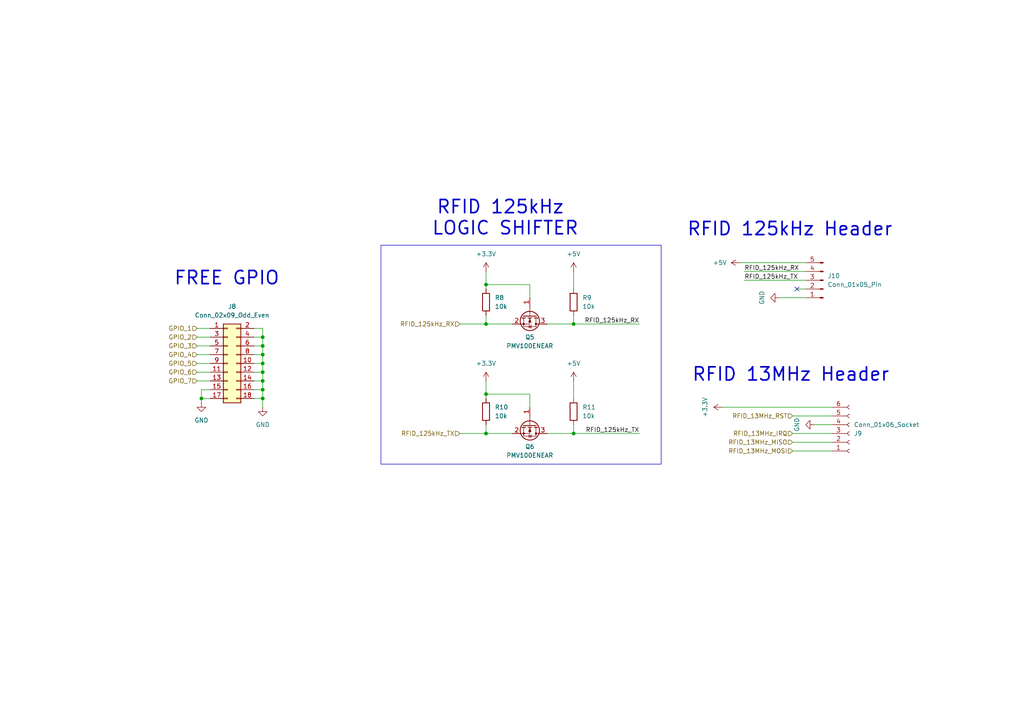
<source format=kicad_sch>
(kicad_sch (version 20250114) (generator "eeschema") (generator_version "9.0")
  (paper "A4")
  (title_block (title "Onyks Iot Control Cabinet") (date "2025-08-25") (rev "v1.0") (company ",,Onyks'' Students Scientific Association") (comment 1 "Karol Ambroziński") (comment 2 "Jakub Jastrzębski"))
  (lib_symbols
    (symbol "Connector:Conn_01x05_Pin" (pin_names (offset 1.016) (hide yes))
      (property "Reference" "J" (at 0 7.62 0))
      (property "Value" "Conn_01x05_Pin" (at 0 -7.62 0))
      (symbol "Conn_01x05_Pin_1_1"
        (rectangle (start 0.8636 5.207) (end 0 4.953) (stroke (width 0.1524)) (fill (type outline)))
        (rectangle (start 0.8636 2.667) (end 0 2.413) (stroke (width 0.1524)) (fill (type outline)))
        (rectangle (start 0.8636 0.127) (end 0 -0.127) (stroke (width 0.1524)) (fill (type outline)))
        (rectangle (start 0.8636 -2.413) (end 0 -2.667) (stroke (width 0.1524)) (fill (type outline)))
        (rectangle (start 0.8636 -4.953) (end 0 -5.207) (stroke (width 0.1524)) (fill (type outline)))
        (polyline (pts (xy 1.27 5.08) (xy 0.8636 5.08)) (stroke (width 0.1524)))
        (polyline (pts (xy 1.27 2.54) (xy 0.8636 2.54)) (stroke (width 0.1524)))
        (polyline (pts (xy 1.27 0) (xy 0.8636 0)) (stroke (width 0.1524)))
        (polyline (pts (xy 1.27 -2.54) (xy 0.8636 -2.54)) (stroke (width 0.1524)))
        (polyline (pts (xy 1.27 -5.08) (xy 0.8636 -5.08)) (stroke (width 0.1524)))
        (pin passive line (at 5.08 5.08 180) (length 3.81) (name "Pin_1") (number "1"))
        (pin passive line (at 5.08 2.54 180) (length 3.81) (name "Pin_2") (number "2"))
        (pin passive line (at 5.08 0 180) (length 3.81) (name "Pin_3") (number "3"))
        (pin passive line (at 5.08 -2.54 180) (length 3.81) (name "Pin_4") (number "4"))
        (pin passive line (at 5.08 -5.08 180) (length 3.81) (name "Pin_5") (number "5"))
      )
    )
    (symbol "Connector:Conn_01x06_Socket" (pin_names (offset 1.016) (hide yes))
      (property "Reference" "J" (at 0 7.62 0))
      (property "Value" "Conn_01x06_Socket" (at 0 -10.16 0))
      (symbol "Conn_01x06_Socket_1_1"
        (polyline (pts (xy -1.27 5.08) (xy -0.508 5.08)) (stroke (width 0.1524)))
        (polyline (pts (xy -1.27 2.54) (xy -0.508 2.54)) (stroke (width 0.1524)))
        (polyline (pts (xy -1.27 0) (xy -0.508 0)) (stroke (width 0.1524)))
        (polyline (pts (xy -1.27 -2.54) (xy -0.508 -2.54)) (stroke (width 0.1524)))
        (polyline (pts (xy -1.27 -5.08) (xy -0.508 -5.08)) (stroke (width 0.1524)))
        (polyline (pts (xy -1.27 -7.62) (xy -0.508 -7.62)) (stroke (width 0.1524)))
        (arc (start 0 4.572) (mid -0.5058 5.08) (end 0 5.588) (stroke (width 0.1524)))
        (arc (start 0 2.032) (mid -0.5058 2.54) (end 0 3.048) (stroke (width 0.1524)))
        (arc (start 0 -0.508) (mid -0.5058 0) (end 0 0.508) (stroke (width 0.1524)))
        (arc (start 0 -3.048) (mid -0.5058 -2.54) (end 0 -2.032) (stroke (width 0.1524)))
        (arc (start 0 -5.588) (mid -0.5058 -5.08) (end 0 -4.572) (stroke (width 0.1524)))
        (arc (start 0 -8.128) (mid -0.5058 -7.62) (end 0 -7.112) (stroke (width 0.1524)))
        (pin passive line (at -5.08 5.08 0) (length 3.81) (name "Pin_1") (number "1"))
        (pin passive line (at -5.08 2.54 0) (length 3.81) (name "Pin_2") (number "2"))
        (pin passive line (at -5.08 0 0) (length 3.81) (name "Pin_3") (number "3"))
        (pin passive line (at -5.08 -2.54 0) (length 3.81) (name "Pin_4") (number "4"))
        (pin passive line (at -5.08 -5.08 0) (length 3.81) (name "Pin_5") (number "5"))
        (pin passive line (at -5.08 -7.62 0) (length 3.81) (name "Pin_6") (number "6"))
      )
    )
    (symbol "Connector_Generic:Conn_02x09_Odd_Even" (pin_names (offset 1.016) (hide yes))
      (property "Reference" "J" (at 1.27 12.7 0))
      (property "Value" "Conn_02x09_Odd_Even" (at 1.27 -12.7 0))
      (symbol "Conn_02x09_Odd_Even_1_1"
        (rectangle (start -1.27 11.43) (end 3.81 -11.43) (stroke (width 0.254)) (fill (type background)))
        (rectangle (start -1.27 10.287) (end 0 10.033) (stroke (width 0.1524)))
        (rectangle (start -1.27 7.747) (end 0 7.493) (stroke (width 0.1524)))
        (rectangle (start -1.27 5.207) (end 0 4.953) (stroke (width 0.1524)))
        (rectangle (start -1.27 2.667) (end 0 2.413) (stroke (width 0.1524)))
        (rectangle (start -1.27 0.127) (end 0 -0.127) (stroke (width 0.1524)))
        (rectangle (start -1.27 -2.413) (end 0 -2.667) (stroke (width 0.1524)))
        (rectangle (start -1.27 -4.953) (end 0 -5.207) (stroke (width 0.1524)))
        (rectangle (start -1.27 -7.493) (end 0 -7.747) (stroke (width 0.1524)))
        (rectangle (start -1.27 -10.033) (end 0 -10.287) (stroke (width 0.1524)))
        (rectangle (start 3.81 10.287) (end 2.54 10.033) (stroke (width 0.1524)))
        (rectangle (start 3.81 7.747) (end 2.54 7.493) (stroke (width 0.1524)))
        (rectangle (start 3.81 5.207) (end 2.54 4.953) (stroke (width 0.1524)))
        (rectangle (start 3.81 2.667) (end 2.54 2.413) (stroke (width 0.1524)))
        (rectangle (start 3.81 0.127) (end 2.54 -0.127) (stroke (width 0.1524)))
        (rectangle (start 3.81 -2.413) (end 2.54 -2.667) (stroke (width 0.1524)))
        (rectangle (start 3.81 -4.953) (end 2.54 -5.207) (stroke (width 0.1524)))
        (rectangle (start 3.81 -7.493) (end 2.54 -7.747) (stroke (width 0.1524)))
        (rectangle (start 3.81 -10.033) (end 2.54 -10.287) (stroke (width 0.1524)))
        (pin passive line (at -5.08 10.16 0) (length 3.81) (name "Pin_1") (number "1"))
        (pin passive line (at -5.08 7.62 0) (length 3.81) (name "Pin_3") (number "3"))
        (pin passive line (at -5.08 5.08 0) (length 3.81) (name "Pin_5") (number "5"))
        (pin passive line (at -5.08 2.54 0) (length 3.81) (name "Pin_7") (number "7"))
        (pin passive line (at -5.08 0 0) (length 3.81) (name "Pin_9") (number "9"))
        (pin passive line (at -5.08 -2.54 0) (length 3.81) (name "Pin_11") (number "11"))
        (pin passive line (at -5.08 -5.08 0) (length 3.81) (name "Pin_13") (number "13"))
        (pin passive line (at -5.08 -7.62 0) (length 3.81) (name "Pin_15") (number "15"))
        (pin passive line (at -5.08 -10.16 0) (length 3.81) (name "Pin_17") (number "17"))
        (pin passive line (at 7.62 10.16 180) (length 3.81) (name "Pin_2") (number "2"))
        (pin passive line (at 7.62 7.62 180) (length 3.81) (name "Pin_4") (number "4"))
        (pin passive line (at 7.62 5.08 180) (length 3.81) (name "Pin_6") (number "6"))
        (pin passive line (at 7.62 2.54 180) (length 3.81) (name "Pin_8") (number "8"))
        (pin passive line (at 7.62 0 180) (length 3.81) (name "Pin_10") (number "10"))
        (pin passive line (at 7.62 -2.54 180) (length 3.81) (name "Pin_12") (number "12"))
        (pin passive line (at 7.62 -5.08 180) (length 3.81) (name "Pin_14") (number "14"))
        (pin passive line (at 7.62 -7.62 180) (length 3.81) (name "Pin_16") (number "16"))
        (pin passive line (at 7.62 -10.16 180) (length 3.81) (name "Pin_18") (number "18"))
      )
    )
    (symbol "Device:R" (pin_numbers (hide yes)) (pin_names (offset 0))
      (property "Reference" "R" (at 2.032 0 90))
      (property "Value" "R" (at 0 0 90))
      (symbol "R_0_1"
        (rectangle (start -1.016 -2.54) (end 1.016 2.54) (stroke (width 0.254)))
      )
      (symbol "R_1_1"
        (pin passive line (at 0 3.81 270) (length 1.27) (name "~") (number "1"))
        (pin passive line (at 0 -3.81 90) (length 1.27) (name "~") (number "2"))
      )
    )
    (symbol "GND_2" (power) (pin_numbers (hide yes)) (pin_names (offset 0) (hide yes))
      (property "Value" "GND" (at 0 -3.81 0))
      (symbol "GND_2_0_1"
        (polyline (pts (xy 0 0) (xy 0 -1.27) (xy 1.27 -1.27) (xy 0 -2.54) (xy -1.27 -1.27) (xy 0 -1.27)))
      )
      (symbol "GND_2_1_1"
        (pin power_in line (at 0 0 270) (length 0) (name "~") (number "1"))
      )
    )
    (symbol "Transistor_FET:2N7002" (pin_names (hide yes))
      (property "Reference" "Q" (at 5.08 1.905 0))
      (property "Value" "2N7002" (at 5.08 0 0))
      (symbol "2N7002_0_1"
        (polyline (pts (xy 0.254 1.905) (xy 0.254 -1.905)) (stroke (width 0.254)))
        (polyline (pts (xy 0.254 0) (xy -2.54 0)))
        (polyline (pts (xy 0.762 2.286) (xy 0.762 1.27)) (stroke (width 0.254)))
        (polyline (pts (xy 0.762 0.508) (xy 0.762 -0.508)) (stroke (width 0.254)))
        (polyline (pts (xy 0.762 -1.27) (xy 0.762 -2.286)) (stroke (width 0.254)))
        (polyline (pts (xy 0.762 -1.778) (xy 3.302 -1.778) (xy 3.302 1.778) (xy 0.762 1.778)))
        (polyline (pts (xy 1.016 0) (xy 2.032 0.381) (xy 2.032 -0.381) (xy 1.016 0)) (fill (type outline)))
        (circle (center 1.651 0) (radius 2.794) (stroke (width 0.254)))
        (polyline (pts (xy 2.54 2.54) (xy 2.54 1.778)))
        (circle (center 2.54 1.778) (radius 0.254) (fill (type outline)))
        (circle (center 2.54 -1.778) (radius 0.254) (fill (type outline)))
        (polyline (pts (xy 2.54 -2.54) (xy 2.54 0) (xy 0.762 0)))
        (polyline (pts (xy 2.794 0.508) (xy 2.921 0.381) (xy 3.683 0.381) (xy 3.81 0.254)))
        (polyline (pts (xy 3.302 0.381) (xy 2.921 -0.254) (xy 3.683 -0.254) (xy 3.302 0.381)))
      )
      (symbol "2N7002_1_1"
        (pin input line (at -5.08 0 0) (length 2.54) (name "G") (number "1"))
        (pin passive line (at 2.54 5.08 270) (length 2.54) (name "D") (number "3"))
        (pin passive line (at 2.54 -5.08 90) (length 2.54) (name "S") (number "2"))
      )
    )
    (symbol "power:+3.3V" (power) (pin_names (offset 0))
      (property "Value" "+3.3V" (at 0 3.556 0))
      (symbol "+3.3V_0_1"
        (polyline (pts (xy -0.762 1.27) (xy 0 2.54)))
        (polyline (pts (xy 0 2.54) (xy 0.762 1.27)))
        (polyline (pts (xy 0 0) (xy 0 2.54)))
      )
      (symbol "+3.3V_1_1"
        (pin power_in line (at 0 0 90) (length 0) (hide yes) (name "+3.3V") (number "1"))
      )
    )
    (symbol "power:+5V" (power) (pin_numbers (hide yes)) (pin_names (offset 0) (hide yes))
      (property "Value" "+5V" (at 0 3.556 0))
      (symbol "+5V_0_1"
        (polyline (pts (xy -0.762 1.27) (xy 0 2.54)))
        (polyline (pts (xy 0 2.54) (xy 0.762 1.27)))
        (polyline (pts (xy 0 0) (xy 0 2.54)))
      )
      (symbol "+5V_1_1"
        (pin power_in line (at 0 0 90) (length 0) (name "~") (number "1"))
      )
    )
    (symbol "power:GND" (power) (pin_numbers (hide yes)) (pin_names (offset 0) (hide yes))
      (property "Value" "GND" (at 0 -3.81 0))
      (symbol "GND_0_1"
        (polyline (pts (xy 0 0) (xy 0 -1.27) (xy 1.27 -1.27) (xy 0 -2.54) (xy -1.27 -1.27) (xy 0 -1.27)))
      )
      (symbol "GND_1_1"
        (pin power_in line (at 0 0 270) (length 0) (name "~") (number "1"))
      )
    )
  )
  (rectangle (start 110.49 71.12) (end 191.77 134.62))
  (text "RFID 125kHz \nLOGIC SHIFTER" (at 146.558 63.246 0) (effects (font (size 3.81 3.81) (thickness 0.4763))))
  (text "RFID 13MHz Header" (at 229.362 108.712 0) (effects (font (size 3.81 3.81) (thickness 0.4763))))
  (text "RFID 125kHz Header" (at 229.108 66.548 0) (effects (font (size 3.81 3.81) (thickness 0.4763))))
  (text "FREE GPIO" (at 65.786 80.772 0) (effects (font (size 3.81 3.81) (thickness 0.4763))))
  (junction (at 76.2 107.95))
  (junction (at 76.2 115.57))
  (junction (at 166.37 125.73))
  (junction (at 76.2 97.79))
  (junction (at 140.97 82.55))
  (junction (at 58.42 115.57))
  (junction (at 140.97 93.98))
  (junction (at 140.97 125.73))
  (junction (at 76.2 102.87))
  (junction (at 76.2 113.03))
  (junction (at 76.2 100.33))
  (junction (at 76.2 105.41))
  (junction (at 140.97 114.3))
  (junction (at 166.37 93.98))
  (junction (at 76.2 110.49))
  (no_connect (at 231.14 83.82))
  (wire (pts (xy 140.97 78.74) (xy 140.97 82.55)))
  (wire (pts (xy 140.97 82.55) (xy 153.67 82.55)))
  (wire (pts (xy 226.06 86.36) (xy 233.68 86.36)))
  (wire (pts (xy 140.97 83.82) (xy 140.97 82.55)))
  (wire (pts (xy 76.2 107.95) (xy 76.2 110.49)))
  (wire (pts (xy 73.66 97.79) (xy 76.2 97.79)))
  (wire (pts (xy 57.15 102.87) (xy 60.96 102.87)))
  (wire (pts (xy 57.15 105.41) (xy 60.96 105.41)))
  (wire (pts (xy 166.37 125.73) (xy 185.42 125.73)))
  (wire (pts (xy 76.2 105.41) (xy 76.2 107.95)))
  (wire (pts (xy 58.42 113.03) (xy 58.42 115.57)))
  (wire (pts (xy 231.14 83.82) (xy 233.68 83.82)))
  (wire (pts (xy 76.2 110.49) (xy 76.2 113.03)))
  (wire (pts (xy 166.37 123.19) (xy 166.37 125.73)))
  (wire (pts (xy 76.2 113.03) (xy 76.2 115.57)))
  (wire (pts (xy 73.66 113.03) (xy 76.2 113.03)))
  (wire (pts (xy 58.42 115.57) (xy 58.42 116.84)))
  (wire (pts (xy 158.75 93.98) (xy 166.37 93.98)))
  (wire (pts (xy 229.87 125.73) (xy 241.3 125.73)))
  (wire (pts (xy 73.66 102.87) (xy 76.2 102.87)))
  (wire (pts (xy 158.75 125.73) (xy 166.37 125.73)))
  (wire (pts (xy 57.15 110.49) (xy 60.96 110.49)))
  (wire (pts (xy 153.67 82.55) (xy 153.67 86.36)))
  (wire (pts (xy 166.37 110.49) (xy 166.37 115.57)))
  (wire (pts (xy 58.42 115.57) (xy 60.96 115.57)))
  (wire (pts (xy 209.55 118.11) (xy 241.3 118.11)))
  (wire (pts (xy 140.97 114.3) (xy 153.67 114.3)))
  (wire (pts (xy 73.66 115.57) (xy 76.2 115.57)))
  (wire (pts (xy 140.97 93.98) (xy 148.59 93.98)))
  (wire (pts (xy 73.66 105.41) (xy 76.2 105.41)))
  (wire (pts (xy 166.37 93.98) (xy 185.42 93.98)))
  (wire (pts (xy 76.2 97.79) (xy 76.2 100.33)))
  (wire (pts (xy 140.97 110.49) (xy 140.97 114.3)))
  (wire (pts (xy 57.15 97.79) (xy 60.96 97.79)))
  (wire (pts (xy 133.35 125.73) (xy 140.97 125.73)))
  (wire (pts (xy 214.63 76.2) (xy 233.68 76.2)))
  (wire (pts (xy 140.97 125.73) (xy 148.59 125.73)))
  (wire (pts (xy 57.15 100.33) (xy 60.96 100.33)))
  (wire (pts (xy 57.15 95.25) (xy 60.96 95.25)))
  (wire (pts (xy 215.9 78.74) (xy 233.68 78.74)))
  (wire (pts (xy 215.9 81.28) (xy 233.68 81.28)))
  (wire (pts (xy 229.87 128.27) (xy 241.3 128.27)))
  (wire (pts (xy 73.66 110.49) (xy 76.2 110.49)))
  (wire (pts (xy 73.66 95.25) (xy 76.2 95.25)))
  (wire (pts (xy 166.37 91.44) (xy 166.37 93.98)))
  (wire (pts (xy 133.35 93.98) (xy 140.97 93.98)))
  (wire (pts (xy 76.2 100.33) (xy 76.2 102.87)))
  (wire (pts (xy 166.37 78.74) (xy 166.37 83.82)))
  (wire (pts (xy 140.97 123.19) (xy 140.97 125.73)))
  (wire (pts (xy 140.97 91.44) (xy 140.97 93.98)))
  (wire (pts (xy 73.66 107.95) (xy 76.2 107.95)))
  (wire (pts (xy 76.2 115.57) (xy 76.2 118.11)))
  (wire (pts (xy 236.22 123.19) (xy 241.3 123.19)))
  (wire (pts (xy 76.2 102.87) (xy 76.2 105.41)))
  (wire (pts (xy 229.87 120.65) (xy 241.3 120.65)))
  (wire (pts (xy 229.87 130.81) (xy 241.3 130.81)))
  (wire (pts (xy 57.15 107.95) (xy 60.96 107.95)))
  (wire (pts (xy 140.97 115.57) (xy 140.97 114.3)))
  (wire (pts (xy 73.66 100.33) (xy 76.2 100.33)))
  (wire (pts (xy 58.42 113.03) (xy 60.96 113.03)))
  (wire (pts (xy 153.67 114.3) (xy 153.67 118.11)))
  (wire (pts (xy 76.2 95.25) (xy 76.2 97.79)))
  (label "RFID_125kHz_RX" (at 185.42 93.98 180))
  (label "RFID_125kHz_TX" (at 185.42 125.73 180))
  (label "RFID_125kHz_RX" (at 215.9 78.74 0))
  (label "RFID_125kHz_TX" (at 215.9 81.28 0))
  (hierarchical_label "GPIO_2" (shape input) (at 57.15 97.79 180))
  (hierarchical_label "GPIO_4" (shape input) (at 57.15 102.87 180))
  (hierarchical_label "GPIO_6" (shape input) (at 57.15 107.95 180))
  (hierarchical_label "RFID_13MHz_MISO" (shape input) (at 229.87 128.27 180))
  (hierarchical_label "RFID_125kHz_TX" (shape input) (at 133.35 125.73 180))
  (hierarchical_label "RFID_13MHz_RST" (shape input) (at 229.87 120.65 180))
  (hierarchical_label "GPIO_3" (shape input) (at 57.15 100.33 180))
  (hierarchical_label "GPIO_1" (shape input) (at 57.15 95.25 180))
  (hierarchical_label "RFID_13MHz_IRQ" (shape input) (at 229.87 125.73 180))
  (hierarchical_label "RFID_125kHz_RX" (shape input) (at 133.35 93.98 180))
  (hierarchical_label "GPIO_7" (shape input) (at 57.15 110.49 180))
  (hierarchical_label "GPIO_5" (shape input) (at 57.15 105.41 180))
  (hierarchical_label "RFID_13MHz_MOSI" (shape input) (at 229.87 130.81 180))
  (symbol (lib_id "Connector:Conn_01x06_Socket") (at 246.38 125.73 0) (mirror x) (unit 1)
    (property "Reference" "J9" (at 247.65 125.7301 0) (effects (justify left)))
    (property "Value" "Conn_01x06_Socket" (at 247.65 123.1901 0) (effects (justify left)))
    (property "Footprint" "Connector_PinHeader_2.54mm:PinHeader_1x06_P2.54mm_Vertical" (effects (hide yes)))
    (property "Description" "Generic connector, single row, 01x06, script generated" (effects (hide yes)))
  )
  (symbol (lib_id "power:+3.3V") (at 140.97 110.49 0) (mirror y) (unit 1)
    (property "Reference" "#PWR044" (effects (hide yes)))
    (property "Value" "+3.3V" (at 140.97 105.41 0))
  )
  (symbol (lib_id "power:+5V") (at 166.37 78.74 0) (unit 1)
    (property "Reference" "#PWR036" (effects (hide yes)))
    (property "Value" "+5V" (at 166.37 73.66 0))
    (property "Description" "Power symbol creates a global label with name \"+5V\"" (effects (hide yes)))
  )
  (symbol (lib_id "Transistor_FET:2N7002") (at 153.67 123.19 270) (unit 1)
    (property "Reference" "Q6" (at 153.67 129.54 90))
    (property "Value" "PMV100ENEAR" (at 153.67 132.08 90))
    (property "Footprint" "Package_TO_SOT_SMD:SOT-23" (effects (hide yes)))
    (property "Datasheet" "https://www.onsemi.com/pub/Collateral/NDS7002A-D.PDF" (effects (hide yes)))
    (property "Description" "0.115A Id, 60V Vds, N-Channel MOSFET, SOT-23" (effects (hide yes)))
  )
  (symbol (lib_id "power:+3.3V") (at 209.55 118.11 90) (mirror x) (unit 1)
    (property "Reference" "#PWR033" (effects (hide yes)))
    (property "Value" "+3.3V" (at 204.47 118.11 0))
  )
  (symbol (lib_id "power:+5V") (at 166.37 110.49 0) (unit 1)
    (property "Reference" "#PWR045" (effects (hide yes)))
    (property "Value" "+5V" (at 166.37 105.41 0))
    (property "Description" "Power symbol creates a global label with name \"+5V\"" (effects (hide yes)))
  )
  (symbol (lib_id "Connector_Generic:Conn_02x09_Odd_Even") (at 66.04 105.41 0) (unit 1)
    (property "Reference" "J8" (at 67.31 88.9 0))
    (property "Value" "Conn_02x09_Odd_Even" (at 67.31 91.44 0))
    (property "Footprint" "Connector_PinHeader_2.54mm:PinHeader_2x09_P2.54mm_Vertical" (effects (hide yes)))
    (property "Description" "Generic connector, double row, 02x09, odd/even pin numbering scheme (row 1 odd numbers, row 2 even numbers), script generated (kicad-library-utils/schlib/autogen/connector/)" (effects (hide yes)))
  )
  (symbol (lib_id "power:+5V") (at 214.63 76.2 90) (unit 1)
    (property "Reference" "#PWR021" (effects (hide yes)))
    (property "Value" "+5V" (at 210.82 76.1999 90) (effects (justify left)))
    (property "Description" "Power symbol creates a global label with name \"+5V\"" (effects (hide yes)))
  )
  (symbol (lib_id "Device:R") (at 140.97 87.63 0) (unit 1)
    (property "Reference" "R8" (at 143.51 86.3599 0) (effects (justify left)))
    (property "Value" "10k" (at 143.51 88.8999 0) (effects (justify left)))
    (property "Footprint" "Resistor_SMD:R_0805_2012Metric_Pad1.20x1.40mm_HandSolder" (effects (hide yes)))
    (property "Description" "Resistor" (effects (hide yes)))
  )
  (symbol (lib_id "Transistor_FET:2N7002") (at 153.67 91.44 270) (unit 1)
    (property "Reference" "Q5" (at 153.67 97.79 90))
    (property "Value" "PMV100ENEAR" (at 153.67 100.33 90))
    (property "Footprint" "Package_TO_SOT_SMD:SOT-23" (effects (hide yes)))
    (property "Datasheet" "https://www.onsemi.com/pub/Collateral/NDS7002A-D.PDF" (effects (hide yes)))
    (property "Description" "0.115A Id, 60V Vds, N-Channel MOSFET, SOT-23" (effects (hide yes)))
  )
  (symbol (lib_id "Connector:Conn_01x05_Pin") (at 238.76 81.28 180) (unit 1)
    (property "Reference" "J10" (at 240.03 80.0099 0) (effects (justify right)))
    (property "Value" "Conn_01x05_Pin" (at 240.03 82.5499 0) (effects (justify right)))
    (property "Description" "Generic connector, single row, 01x05, script generated" (effects (hide yes)))
  )
  (symbol (lib_id "power:GND") (at 58.42 116.84 0) (unit 1)
    (property "Reference" "#PWR023" (effects (hide yes)))
    (property "Value" "GND" (at 58.42 121.92 0))
    (property "Description" "Power symbol creates a global label with name \"GND\" , ground" (effects (hide yes)))
  )
  (symbol (lib_name "GND_2") (lib_id "power:GND") (at 226.06 86.36 270) (mirror x) (unit 1)
    (property "Reference" "#PWR022" (effects (hide yes)))
    (property "Value" "GND" (at 220.98 86.36 0))
    (property "Description" "Power symbol creates a global label with name \"GND\" , ground" (effects (hide yes)))
  )
  (symbol (lib_id "Device:R") (at 140.97 119.38 0) (unit 1)
    (property "Reference" "R10" (at 143.51 118.1099 0) (effects (justify left)))
    (property "Value" "10k" (at 143.51 120.6499 0) (effects (justify left)))
    (property "Footprint" "Resistor_SMD:R_0805_2012Metric_Pad1.20x1.40mm_HandSolder" (effects (hide yes)))
    (property "Description" "Resistor" (effects (hide yes)))
  )
  (symbol (lib_id "Device:R") (at 166.37 119.38 0) (unit 1)
    (property "Reference" "R11" (at 168.91 118.1099 0) (effects (justify left)))
    (property "Value" "10k" (at 168.91 120.6499 0) (effects (justify left)))
    (property "Footprint" "Resistor_SMD:R_0805_2012Metric_Pad1.20x1.40mm_HandSolder" (effects (hide yes)))
    (property "Description" "Resistor" (effects (hide yes)))
  )
  (symbol (lib_id "power:GND") (at 76.2 118.11 0) (unit 1)
    (property "Reference" "#PWR035" (effects (hide yes)))
    (property "Value" "GND" (at 76.2 123.19 0))
    (property "Description" "Power symbol creates a global label with name \"GND\" , ground" (effects (hide yes)))
  )
  (symbol (lib_name "GND_2") (lib_id "power:GND") (at 236.22 123.19 270) (mirror x) (unit 1)
    (property "Reference" "#PWR034" (effects (hide yes)))
    (property "Value" "GND" (at 231.14 123.19 0))
    (property "Description" "Power symbol creates a global label with name \"GND\" , ground" (effects (hide yes)))
  )
  (symbol (lib_id "Device:R") (at 166.37 87.63 0) (unit 1)
    (property "Reference" "R9" (at 168.91 86.3599 0) (effects (justify left)))
    (property "Value" "10k" (at 168.91 88.8999 0) (effects (justify left)))
    (property "Footprint" "Resistor_SMD:R_0805_2012Metric_Pad1.20x1.40mm_HandSolder" (effects (hide yes)))
    (property "Description" "Resistor" (effects (hide yes)))
  )
  (symbol (lib_id "power:+3.3V") (at 140.97 78.74 0) (mirror y) (unit 1)
    (property "Reference" "#PWR024" (effects (hide yes)))
    (property "Value" "+3.3V" (at 140.97 73.66 0))
  )
)
</source>
